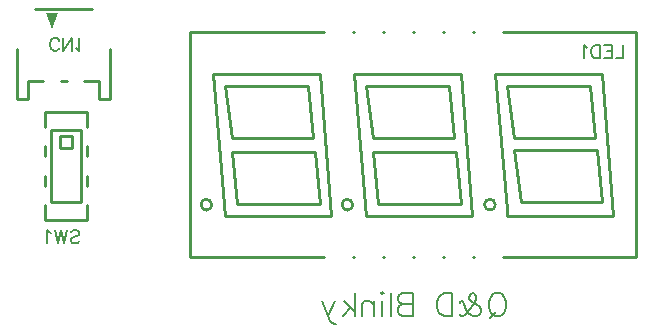
<source format=gbo>
G04 Layer: BottomSilkscreenLayer*
G04 EasyEDA v6.5.29, 2023-07-18 11:10:11*
G04 46a78cb779de4c589d7e1b01d2e58bcc,4bfb672c99b74c95bcb02992393faf10,10*
G04 Gerber Generator version 0.2*
G04 Scale: 100 percent, Rotated: No, Reflected: No *
G04 Dimensions in millimeters *
G04 leading zeros omitted , absolute positions ,4 integer and 5 decimal *
%FSLAX45Y45*%
%MOMM*%

%ADD10C,0.2032*%
%ADD11C,0.1524*%
%ADD12C,0.2540*%

%LPD*%
D10*
X7474920Y6961446D02*
G01*
X7493393Y6952211D01*
X7511864Y6933737D01*
X7521102Y6915264D01*
X7530338Y6887555D01*
X7530338Y6841375D01*
X7521102Y6813664D01*
X7511864Y6795193D01*
X7493393Y6776720D01*
X7474920Y6767484D01*
X7437973Y6767484D01*
X7419502Y6776720D01*
X7401029Y6795193D01*
X7391793Y6813664D01*
X7382555Y6841375D01*
X7382555Y6887555D01*
X7391793Y6915264D01*
X7401029Y6933737D01*
X7419502Y6952211D01*
X7437973Y6961446D01*
X7474920Y6961446D01*
X7447211Y6804428D02*
G01*
X7391793Y6749011D01*
X7136869Y6878320D02*
G01*
X7136869Y6887555D01*
X7146104Y6896793D01*
X7155342Y6896793D01*
X7164577Y6887555D01*
X7173813Y6869084D01*
X7192286Y6822902D01*
X7210760Y6795193D01*
X7229233Y6776720D01*
X7247704Y6767484D01*
X7284651Y6767484D01*
X7303122Y6776720D01*
X7312360Y6785955D01*
X7321595Y6804428D01*
X7321595Y6822902D01*
X7312360Y6841375D01*
X7303122Y6850611D01*
X7238469Y6887555D01*
X7229233Y6896793D01*
X7219995Y6915264D01*
X7219995Y6933737D01*
X7229233Y6952211D01*
X7247704Y6961446D01*
X7266177Y6952211D01*
X7275413Y6933737D01*
X7275413Y6915264D01*
X7266177Y6887555D01*
X7247704Y6859846D01*
X7201522Y6795193D01*
X7183051Y6776720D01*
X7164577Y6767484D01*
X7146104Y6767484D01*
X7136869Y6776720D01*
X7136869Y6785955D01*
X7075909Y6961446D02*
G01*
X7075909Y6767484D01*
X7075909Y6961446D02*
G01*
X7011253Y6961446D01*
X6983544Y6952211D01*
X6965073Y6933737D01*
X6955835Y6915264D01*
X6946600Y6887555D01*
X6946600Y6841375D01*
X6955835Y6813664D01*
X6965073Y6795193D01*
X6983544Y6776720D01*
X7011253Y6767484D01*
X7075909Y6767484D01*
X6743400Y6961446D02*
G01*
X6743400Y6767484D01*
X6743400Y6961446D02*
G01*
X6660273Y6961446D01*
X6632562Y6952211D01*
X6623326Y6942975D01*
X6614091Y6924502D01*
X6614091Y6906028D01*
X6623326Y6887555D01*
X6632562Y6878320D01*
X6660273Y6869084D01*
X6743400Y6869084D02*
G01*
X6660273Y6869084D01*
X6632562Y6859846D01*
X6623326Y6850611D01*
X6614091Y6832137D01*
X6614091Y6804428D01*
X6623326Y6785955D01*
X6632562Y6776720D01*
X6660273Y6767484D01*
X6743400Y6767484D01*
X6553131Y6961446D02*
G01*
X6553131Y6767484D01*
X6492171Y6961446D02*
G01*
X6482933Y6952211D01*
X6473697Y6961446D01*
X6482933Y6970684D01*
X6492171Y6961446D01*
X6482933Y6896793D02*
G01*
X6482933Y6767484D01*
X6412738Y6896793D02*
G01*
X6412738Y6767484D01*
X6412738Y6859846D02*
G01*
X6385029Y6887555D01*
X6366555Y6896793D01*
X6338846Y6896793D01*
X6320373Y6887555D01*
X6311138Y6859846D01*
X6311138Y6767484D01*
X6250177Y6961446D02*
G01*
X6250177Y6767484D01*
X6157813Y6896793D02*
G01*
X6250177Y6804428D01*
X6213233Y6841375D02*
G01*
X6148577Y6767484D01*
X6078382Y6896793D02*
G01*
X6022962Y6767484D01*
X5967544Y6896793D02*
G01*
X6022962Y6767484D01*
X6041435Y6730537D01*
X6059909Y6712064D01*
X6078382Y6702828D01*
X6087618Y6702828D01*
D11*
X8521700Y9061894D02*
G01*
X8521700Y8952928D01*
X8521700Y8952928D02*
G01*
X8459470Y8952928D01*
X8425179Y9061894D02*
G01*
X8425179Y8952928D01*
X8425179Y9061894D02*
G01*
X8357615Y9061894D01*
X8425179Y9010078D02*
G01*
X8383524Y9010078D01*
X8425179Y8952928D02*
G01*
X8357615Y8952928D01*
X8323325Y9061894D02*
G01*
X8323325Y8952928D01*
X8323325Y9061894D02*
G01*
X8286750Y9061894D01*
X8271256Y9056814D01*
X8260841Y9046400D01*
X8255761Y9035986D01*
X8250427Y9020238D01*
X8250427Y8994330D01*
X8255761Y8978836D01*
X8260841Y8968422D01*
X8271256Y8958008D01*
X8286750Y8952928D01*
X8323325Y8952928D01*
X8216138Y9041066D02*
G01*
X8205724Y9046400D01*
X8190229Y9061894D01*
X8190229Y8952928D01*
X3845280Y7478509D02*
G01*
X3855694Y7488923D01*
X3871188Y7494003D01*
X3892016Y7494003D01*
X3907510Y7488923D01*
X3917924Y7478509D01*
X3917924Y7468095D01*
X3912844Y7457681D01*
X3907510Y7452347D01*
X3897096Y7447267D01*
X3865854Y7436853D01*
X3855694Y7431773D01*
X3850360Y7426439D01*
X3845280Y7416025D01*
X3845280Y7400531D01*
X3855694Y7390117D01*
X3871188Y7385037D01*
X3892016Y7385037D01*
X3907510Y7390117D01*
X3917924Y7400531D01*
X3810990Y7494003D02*
G01*
X3784828Y7385037D01*
X3758920Y7494003D02*
G01*
X3784828Y7385037D01*
X3758920Y7494003D02*
G01*
X3733012Y7385037D01*
X3707104Y7494003D02*
G01*
X3733012Y7385037D01*
X3672814Y7473175D02*
G01*
X3662400Y7478509D01*
X3646652Y7494003D01*
X3646652Y7385037D01*
X3747515Y9041892D02*
G01*
X3742181Y9031478D01*
X3731768Y9021063D01*
X3721608Y9015984D01*
X3700779Y9015984D01*
X3690365Y9021063D01*
X3679952Y9031478D01*
X3674618Y9041892D01*
X3669538Y9057639D01*
X3669538Y9083547D01*
X3674618Y9099042D01*
X3679952Y9109455D01*
X3690365Y9119870D01*
X3700779Y9124950D01*
X3721608Y9124950D01*
X3731768Y9119870D01*
X3742181Y9109455D01*
X3747515Y9099042D01*
X3781806Y9015984D02*
G01*
X3781806Y9124950D01*
X3781806Y9015984D02*
G01*
X3854450Y9124950D01*
X3854450Y9015984D02*
G01*
X3854450Y9124950D01*
X3888740Y9036812D02*
G01*
X3899154Y9031478D01*
X3914647Y9015984D01*
X3914647Y9124950D01*
G36*
X3634587Y9335617D02*
G01*
X3684625Y9195612D01*
X3734612Y9335617D01*
G37*
D12*
X5985586Y7269114D02*
G01*
X5982886Y7269114D01*
X6239586Y7269226D02*
G01*
X6231813Y7269223D01*
X6493586Y7269337D02*
G01*
X6485813Y7269335D01*
X6747586Y7269449D02*
G01*
X6739813Y7269444D01*
X7001586Y7269558D02*
G01*
X6993813Y7269556D01*
X7255586Y7269670D02*
G01*
X7247813Y7269667D01*
X7509687Y7269782D02*
G01*
X7501813Y7269779D01*
X5985586Y9169780D02*
G01*
X5981700Y9169780D01*
X6239586Y9169780D02*
G01*
X6231813Y9169780D01*
X6493586Y9169780D02*
G01*
X6485813Y9169780D01*
X6747586Y9169780D02*
G01*
X6739813Y9169780D01*
X7001586Y9169780D02*
G01*
X6993813Y9169780D01*
X7255586Y9169780D02*
G01*
X7247813Y9169780D01*
X7504513Y9169780D02*
G01*
X7501813Y9169780D01*
X8633693Y7269782D02*
G01*
X7509687Y7269782D01*
X5982886Y7269114D02*
G01*
X4853706Y7269782D01*
X4853706Y7269784D01*
X5981700Y9169780D02*
G01*
X4853706Y9169780D01*
X4853706Y9169783D01*
X8633693Y9169780D02*
G01*
X7504513Y9169780D01*
X8339747Y7738811D02*
G01*
X8299747Y8178810D01*
X7599748Y8178810D01*
X7659748Y7738811D01*
X8339747Y7738811D02*
G01*
X7659748Y7738811D01*
X8278997Y8279782D02*
G01*
X7598999Y8279782D01*
X8339074Y8819730D02*
G01*
X7438897Y8819730D01*
X7534402Y7673936D01*
X7534402Y7673936D01*
X7538974Y7619834D01*
X8438895Y7619834D01*
X8339074Y8819730D01*
X8278997Y8279782D02*
G01*
X8238997Y8719781D01*
X7538999Y8719781D01*
X7598999Y8279782D01*
X5911397Y8159783D02*
G01*
X5951397Y7719783D01*
X5251399Y7719783D01*
X5211399Y8159783D01*
X5231399Y8159783D01*
X5891397Y8279782D02*
G01*
X5851397Y8719781D01*
X5151399Y8719781D01*
X5211399Y8279782D01*
X5911397Y8159783D02*
G01*
X5231399Y8159783D01*
X5891397Y8279782D02*
G01*
X5211399Y8279782D01*
X5951397Y8819781D02*
G01*
X5051399Y8819781D01*
X5151399Y7619784D01*
X6051397Y7619784D01*
X5951397Y8819781D01*
X7105197Y8159783D02*
G01*
X7145197Y7719783D01*
X6445199Y7719783D01*
X6405199Y8159783D01*
X6425199Y8159783D01*
X7085197Y8279782D02*
G01*
X7045197Y8719781D01*
X6345199Y8719781D01*
X6405199Y8279782D01*
X7105197Y8159783D02*
G01*
X6425199Y8159783D01*
X7085197Y8279782D02*
G01*
X6405199Y8279782D01*
X7145197Y8819781D02*
G01*
X6245199Y8819781D01*
X6345199Y7619784D01*
X7245197Y7619784D01*
X7145197Y8819781D01*
X8633693Y7269782D02*
G01*
X8633693Y9169780D01*
X4853706Y9169783D02*
G01*
X4853706Y7269784D01*
X3855199Y8293100D02*
G01*
X3753599Y8293100D01*
X3753599Y8191500D01*
X3855199Y8191500D01*
X3855199Y8293100D01*
X3931399Y8343900D02*
G01*
X3677399Y8343900D01*
X3677399Y7734300D01*
X3931399Y7734300D01*
X3931399Y8343900D01*
X3624397Y8499096D02*
G01*
X3624397Y8371657D01*
X3624397Y8206541D02*
G01*
X3624397Y8121655D01*
X3624397Y7956544D02*
G01*
X3624397Y7871655D01*
X3624397Y7706545D02*
G01*
X3626611Y7581900D01*
X3982199Y7581900D02*
G01*
X3982199Y7707155D01*
X3982199Y7871045D02*
G01*
X3982199Y7957154D01*
X3982199Y8121045D02*
G01*
X3982199Y8207154D01*
X3982199Y8371044D02*
G01*
X3982199Y8499096D01*
X3624397Y8499096D02*
G01*
X3982211Y8499096D01*
X3982199Y7581900D02*
G01*
X3624397Y7581900D01*
X3611372Y8763203D02*
G01*
X3484625Y8763203D01*
X3484625Y8605723D01*
X3389629Y8605723D01*
X3811485Y8763099D02*
G01*
X3757714Y8763099D01*
X4179600Y8605601D02*
G01*
X4084599Y8605601D01*
X4084599Y8763099D01*
X3957713Y8763099D01*
X4179600Y8605601D02*
G01*
X4179600Y9027482D01*
X4024599Y9365599D02*
G01*
X3544600Y9365599D01*
X3389599Y8605601D02*
G01*
X3389599Y9027482D01*
G75*
G01
X6232195Y7711770D02*
G03X6232195Y7711770I-45796J0D01*
G75*
G01
X5038395Y7711770D02*
G03X5038395Y7711770I-45796J0D01*
G75*
G01
X7438695Y7711770D02*
G03X7438695Y7711770I-45796J0D01*
M02*

</source>
